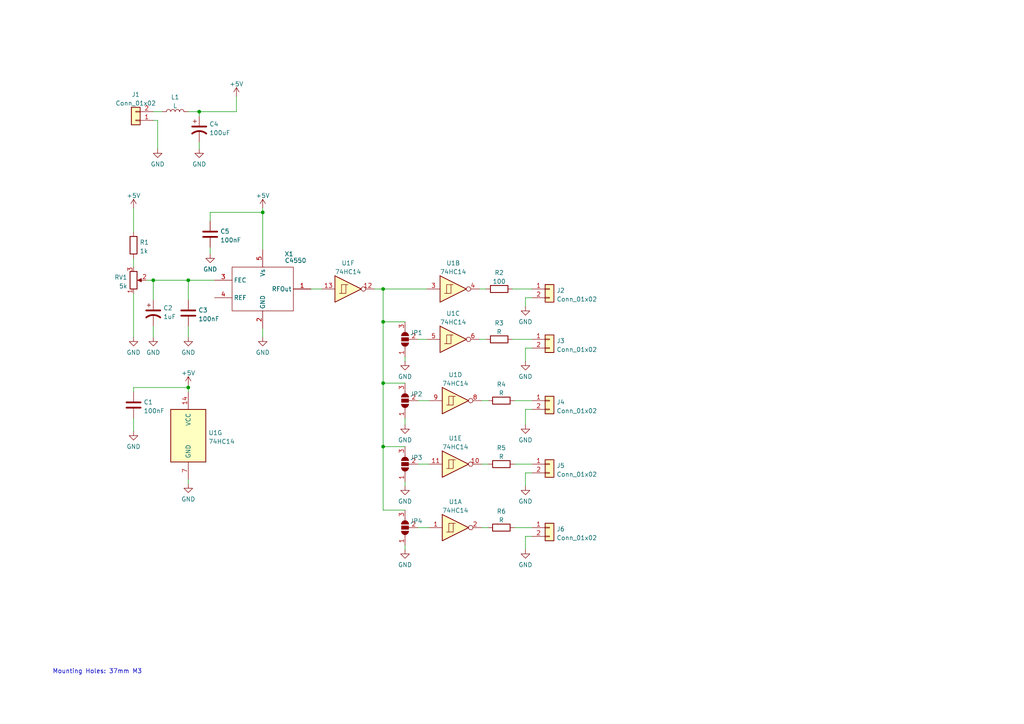
<source format=kicad_sch>
(kicad_sch (version 20211123) (generator eeschema)
  (paper "A4")
  (lib_symbols
    (symbol "74xx:74HC14" (pin_names (offset 1.016))
      (property "Reference" "U" (at 0 1.27 0))
      (property "Value" "74HC14" (at 0 -1.27 0))
      (symbol "74HC14_1_0"
        (polyline (pts (xy -3.81 3.81) (xy -3.81 -3.81) (xy 3.81 0) (xy -3.81 3.81)) (stroke (width 0.254)) (fill (type background)))
        (pin input line (at -7.62 0 0) (length 3.81) (name "~") (number "1"))
        (pin output inverted (at 7.62 0 180) (length 3.81) (name "~") (number "2"))
      )
      (symbol "74HC14_1_1"
        (polyline (pts (xy -1.905 -1.27) (xy -1.905 1.27) (xy -0.635 1.27)))
        (polyline (pts (xy -2.54 -1.27) (xy -0.635 -1.27) (xy -0.635 1.27) (xy 0 1.27)))
      )
      (symbol "74HC14_2_0"
        (polyline (pts (xy -3.81 3.81) (xy -3.81 -3.81) (xy 3.81 0) (xy -3.81 3.81)) (stroke (width 0.254)) (fill (type background)))
        (pin input line (at -7.62 0 0) (length 3.81) (name "~") (number "3"))
        (pin output inverted (at 7.62 0 180) (length 3.81) (name "~") (number "4"))
      )
      (symbol "74HC14_2_1"
        (polyline (pts (xy -1.905 -1.27) (xy -1.905 1.27) (xy -0.635 1.27)))
        (polyline (pts (xy -2.54 -1.27) (xy -0.635 -1.27) (xy -0.635 1.27) (xy 0 1.27)))
      )
      (symbol "74HC14_3_0"
        (polyline (pts (xy -3.81 3.81) (xy -3.81 -3.81) (xy 3.81 0) (xy -3.81 3.81)) (stroke (width 0.254)) (fill (type background)))
        (pin input line (at -7.62 0 0) (length 3.81) (name "~") (number "5"))
        (pin output inverted (at 7.62 0 180) (length 3.81) (name "~") (number "6"))
      )
      (symbol "74HC14_3_1"
        (polyline (pts (xy -1.905 -1.27) (xy -1.905 1.27) (xy -0.635 1.27)))
        (polyline (pts (xy -2.54 -1.27) (xy -0.635 -1.27) (xy -0.635 1.27) (xy 0 1.27)))
      )
      (symbol "74HC14_4_0"
        (polyline (pts (xy -3.81 3.81) (xy -3.81 -3.81) (xy 3.81 0) (xy -3.81 3.81)) (stroke (width 0.254)) (fill (type background)))
        (pin output inverted (at 7.62 0 180) (length 3.81) (name "~") (number "8"))
        (pin input line (at -7.62 0 0) (length 3.81) (name "~") (number "9"))
      )
      (symbol "74HC14_4_1"
        (polyline (pts (xy -1.905 -1.27) (xy -1.905 1.27) (xy -0.635 1.27)))
        (polyline (pts (xy -2.54 -1.27) (xy -0.635 -1.27) (xy -0.635 1.27) (xy 0 1.27)))
      )
      (symbol "74HC14_5_0"
        (polyline (pts (xy -3.81 3.81) (xy -3.81 -3.81) (xy 3.81 0) (xy -3.81 3.81)) (stroke (width 0.254)) (fill (type background)))
        (pin output inverted (at 7.62 0 180) (length 3.81) (name "~") (number "10"))
        (pin input line (at -7.62 0 0) (length 3.81) (name "~") (number "11"))
      )
      (symbol "74HC14_5_1"
        (polyline (pts (xy -1.905 -1.27) (xy -1.905 1.27) (xy -0.635 1.27)))
        (polyline (pts (xy -2.54 -1.27) (xy -0.635 -1.27) (xy -0.635 1.27) (xy 0 1.27)))
      )
      (symbol "74HC14_6_0"
        (polyline (pts (xy -3.81 3.81) (xy -3.81 -3.81) (xy 3.81 0) (xy -3.81 3.81)) (stroke (width 0.254)) (fill (type background)))
        (pin output inverted (at 7.62 0 180) (length 3.81) (name "~") (number "12"))
        (pin input line (at -7.62 0 0) (length 3.81) (name "~") (number "13"))
      )
      (symbol "74HC14_6_1"
        (polyline (pts (xy -1.905 -1.27) (xy -1.905 1.27) (xy -0.635 1.27)))
        (polyline (pts (xy -2.54 -1.27) (xy -0.635 -1.27) (xy -0.635 1.27) (xy 0 1.27)))
      )
      (symbol "74HC14_7_0"
        (pin power_in line (at 0 12.7 270) (length 5.08) (name "VCC") (number "14"))
        (pin power_in line (at 0 -12.7 90) (length 5.08) (name "GND") (number "7"))
      )
      (symbol "74HC14_7_1"
        (rectangle (start -5.08 7.62) (end 5.08 -7.62) (stroke (width 0.254)) (fill (type background)))
      )
    )
    (symbol "C4550:C4550"
      (property "Reference" "X" (at 5.08 11.43 0))
      (property "Value" "C4550" (at 7.62 8.89 0))
      (symbol "C4550_0_1"
        (rectangle (start -8.89 6.35) (end 8.89 -6.35) (stroke (width 0.1524)))
      )
      (symbol "C4550_1_1"
        (pin output line (at 13.97 0 180) (length 5.08) (name "RFOut") (number "1"))
        (pin input line (at 0 -11.43 90) (length 5.08) (name "GND") (number "2"))
        (pin output line (at -13.97 2.54 0) (length 5.08) (name "FEC") (number "3"))
        (pin output line (at -13.97 -2.54 0) (length 5.08) (name "REF") (number "4"))
        (pin output line (at 0 11.43 270) (length 5.08) (name "Vs") (number "5"))
      )
    )
    (symbol "Connector_Generic:Conn_01x02" (pin_names (offset 1.016) hide)
      (property "Reference" "J" (at 0 2.54 0))
      (property "Value" "Conn_01x02" (at 0 -5.08 0))
      (symbol "Conn_01x02_1_1"
        (rectangle (start -1.27 -2.413) (end 0 -2.667) (stroke (width 0.1524)))
        (rectangle (start -1.27 0.127) (end 0 -0.127) (stroke (width 0.1524)))
        (rectangle (start -1.27 1.27) (end 1.27 -3.81) (stroke (width 0.254)) (fill (type background)))
        (pin passive line (at -5.08 0 0) (length 3.81) (name "Pin_1") (number "1"))
        (pin passive line (at -5.08 -2.54 0) (length 3.81) (name "Pin_2") (number "2"))
      )
    )
    (symbol "Device:C" (pin_numbers hide) (pin_names (offset 0.254))
      (property "Reference" "C" (at 0.635 2.54 0))
      (property "Value" "C" (at 0.635 -2.54 0))
      (symbol "C_0_1"
        (polyline (pts (xy -2.032 -0.762) (xy 2.032 -0.762)) (stroke (width 0.508)))
        (polyline (pts (xy -2.032 0.762) (xy 2.032 0.762)) (stroke (width 0.508)))
      )
      (symbol "C_1_1"
        (pin passive line (at 0 3.81 270) (length 2.794) (name "~") (number "1"))
        (pin passive line (at 0 -3.81 90) (length 2.794) (name "~") (number "2"))
      )
    )
    (symbol "Device:C_Polarized_US" (pin_numbers hide) (pin_names (offset 0.254) hide)
      (property "Reference" "C" (at 0.635 2.54 0))
      (property "Value" "C_Polarized_US" (at 0.635 -2.54 0))
      (symbol "C_Polarized_US_0_1"
        (polyline (pts (xy -2.032 0.762) (xy 2.032 0.762)) (stroke (width 0.508)))
        (polyline (pts (xy -1.778 2.286) (xy -0.762 2.286)))
        (polyline (pts (xy -1.27 1.778) (xy -1.27 2.794)))
        (arc (start 2.032 -1.27) (mid 0 -0.5572) (end -2.032 -1.27) (stroke (width 0.508)))
      )
      (symbol "C_Polarized_US_1_1"
        (pin passive line (at 0 3.81 270) (length 2.794) (name "~") (number "1"))
        (pin passive line (at 0 -3.81 90) (length 3.302) (name "~") (number "2"))
      )
    )
    (symbol "Device:L" (pin_numbers hide) (pin_names (offset 1.016) hide)
      (property "Reference" "L" (at -1.27 0 90))
      (property "Value" "L" (at 1.905 0 90))
      (symbol "L_0_1"
        (arc (start 0 -2.54) (mid 0.635 -1.905) (end 0 -1.27))
        (arc (start 0 -1.27) (mid 0.635 -0.635) (end 0 0))
        (arc (start 0 0) (mid 0.635 0.635) (end 0 1.27))
        (arc (start 0 1.27) (mid 0.635 1.905) (end 0 2.54))
      )
      (symbol "L_1_1"
        (pin passive line (at 0 3.81 270) (length 1.27) (name "1") (number "1"))
        (pin passive line (at 0 -3.81 90) (length 1.27) (name "2") (number "2"))
      )
    )
    (symbol "Device:R" (pin_numbers hide) (pin_names (offset 0))
      (property "Reference" "R" (at 2.032 0 90))
      (property "Value" "R" (at 0 0 90))
      (symbol "R_0_1"
        (rectangle (start -1.016 -2.54) (end 1.016 2.54) (stroke (width 0.254)))
      )
      (symbol "R_1_1"
        (pin passive line (at 0 3.81 270) (length 1.27) (name "~") (number "1"))
        (pin passive line (at 0 -3.81 90) (length 1.27) (name "~") (number "2"))
      )
    )
    (symbol "Device:R_Potentiometer" (pin_names (offset 1.016) hide)
      (property "Reference" "RV" (at -4.445 0 90))
      (property "Value" "R_Potentiometer" (at -2.54 0 90))
      (symbol "R_Potentiometer_0_1"
        (polyline (pts (xy 2.54 0) (xy 1.524 0)))
        (polyline (pts (xy 1.143 0) (xy 2.286 0.508) (xy 2.286 -0.508) (xy 1.143 0)) (fill (type outline)))
        (rectangle (start 1.016 2.54) (end -1.016 -2.54) (stroke (width 0.254)))
      )
      (symbol "R_Potentiometer_1_1"
        (pin passive line (at 0 3.81 270) (length 1.27) (name "1") (number "1"))
        (pin passive line (at 3.81 0 180) (length 1.27) (name "2") (number "2"))
        (pin passive line (at 0 -3.81 90) (length 1.27) (name "3") (number "3"))
      )
    )
    (symbol "Jumper:SolderJumper_3_Open" (pin_names (offset 0) hide)
      (property "Reference" "JP" (at -2.54 -2.54 0))
      (property "Value" "SolderJumper_3_Open" (at 0 2.794 0))
      (symbol "SolderJumper_3_Open_0_1"
        (arc (start -1.016 1.016) (mid -2.032 0) (end -1.016 -1.016))
        (arc (start -1.016 1.016) (mid -2.032 0) (end -1.016 -1.016) (fill (type outline)))
        (rectangle (start -0.508 1.016) (end 0.508 -1.016) (fill (type outline)))
        (polyline (pts (xy -2.54 0) (xy -2.032 0)))
        (polyline (pts (xy -1.016 1.016) (xy -1.016 -1.016)))
        (polyline (pts (xy 0 -1.27) (xy 0 -1.016)))
        (polyline (pts (xy 1.016 1.016) (xy 1.016 -1.016)))
        (polyline (pts (xy 2.54 0) (xy 2.032 0)))
        (arc (start 1.016 -1.016) (mid 2.032 0) (end 1.016 1.016))
        (arc (start 1.016 -1.016) (mid 2.032 0) (end 1.016 1.016) (fill (type outline)))
      )
      (symbol "SolderJumper_3_Open_1_1"
        (pin passive line (at -5.08 0 0) (length 2.54) (name "A") (number "1"))
        (pin passive line (at 0 -3.81 90) (length 2.54) (name "C") (number "2"))
        (pin passive line (at 5.08 0 180) (length 2.54) (name "B") (number "3"))
      )
    )
    (symbol "power:+5V" (power) (pin_names (offset 0))
      (property "Value" "+5V" (at 0 3.556 0))
      (symbol "+5V_0_1"
        (polyline (pts (xy -0.762 1.27) (xy 0 2.54)))
        (polyline (pts (xy 0 0) (xy 0 2.54)))
        (polyline (pts (xy 0 2.54) (xy 0.762 1.27)))
      )
      (symbol "+5V_1_1"
        (pin power_in line (at 0 0 90) (length 0) hide (name "+5V") (number "1"))
      )
    )
    (symbol "power:GND" (power) (pin_names (offset 0))
      (property "Value" "GND" (at 0 -3.81 0))
      (symbol "GND_0_1"
        (polyline (pts (xy 0 0) (xy 0 -1.27) (xy 1.27 -1.27) (xy 0 -2.54) (xy -1.27 -1.27) (xy 0 -1.27)))
      )
      (symbol "GND_1_1"
        (pin power_in line (at 0 0 270) (length 0) hide (name "GND") (number "1"))
      )
    )
  )
  (junction (at 111.125 93.345))
  (junction (at 111.125 83.82))
  (junction (at 44.45 81.28))
  (junction (at 111.125 111.125))
  (junction (at 76.2 61.595))
  (junction (at 111.125 129.54))
  (junction (at 57.785 32.385))
  (junction (at 54.61 81.28))
  (junction (at 54.61 112.395))
  (wire (pts (xy 111.125 93.345) (xy 111.125 111.125)))
  (wire (pts (xy 154.305 86.36) (xy 152.4 86.36)))
  (wire (pts (xy 121.285 98.425) (xy 123.825 98.425)))
  (wire (pts (xy 54.61 94.615) (xy 54.61 97.79)))
  (wire (pts (xy 111.125 83.82) (xy 123.825 83.82)))
  (wire (pts (xy 57.785 32.385) (xy 68.58 32.385)))
  (wire (pts (xy 54.61 111.76) (xy 54.61 112.395)))
  (wire (pts (xy 148.59 83.82) (xy 154.305 83.82)))
  (wire (pts (xy 152.4 159.385) (xy 152.4 155.575)))
  (wire (pts (xy 149.225 153.035) (xy 154.305 153.035)))
  (wire (pts (xy 152.4 155.575) (xy 154.305 155.575)))
  (wire (pts (xy 121.285 134.62) (xy 124.46 134.62)))
  (wire (pts (xy 76.2 95.25) (xy 76.2 97.79)))
  (wire (pts (xy 76.2 61.595) (xy 76.2 72.39)))
  (wire (pts (xy 45.72 34.925) (xy 45.72 43.18)))
  (wire (pts (xy 111.125 111.125) (xy 117.475 111.125)))
  (wire (pts (xy 152.4 104.775) (xy 152.4 100.965)))
  (wire (pts (xy 44.45 34.925) (xy 45.72 34.925)))
  (wire (pts (xy 139.065 98.425) (xy 140.97 98.425)))
  (wire (pts (xy 42.545 81.28) (xy 44.45 81.28)))
  (wire (pts (xy 76.2 60.325) (xy 76.2 61.595)))
  (wire (pts (xy 54.61 81.28) (xy 62.23 81.28)))
  (wire (pts (xy 152.4 118.745) (xy 154.305 118.745)))
  (wire (pts (xy 60.96 61.595) (xy 76.2 61.595)))
  (wire (pts (xy 111.125 129.54) (xy 117.475 129.54)))
  (wire (pts (xy 121.285 116.205) (xy 124.46 116.205)))
  (wire (pts (xy 38.735 60.325) (xy 38.735 67.31)))
  (wire (pts (xy 44.45 32.385) (xy 46.99 32.385)))
  (wire (pts (xy 117.475 139.7) (xy 117.475 140.97)))
  (wire (pts (xy 44.45 81.28) (xy 44.45 86.995)))
  (wire (pts (xy 148.59 98.425) (xy 154.305 98.425)))
  (wire (pts (xy 57.785 32.385) (xy 57.785 33.655)))
  (wire (pts (xy 111.125 93.345) (xy 117.475 93.345)))
  (wire (pts (xy 152.4 86.36) (xy 152.4 88.9)))
  (wire (pts (xy 54.61 112.395) (xy 54.61 113.665)))
  (wire (pts (xy 111.125 129.54) (xy 111.125 147.955)))
  (wire (pts (xy 108.585 83.82) (xy 111.125 83.82)))
  (wire (pts (xy 111.125 147.955) (xy 117.475 147.955)))
  (wire (pts (xy 111.125 111.125) (xy 111.125 129.54)))
  (wire (pts (xy 54.61 81.28) (xy 54.61 86.995)))
  (wire (pts (xy 149.225 116.205) (xy 154.305 116.205)))
  (wire (pts (xy 38.735 112.395) (xy 38.735 113.665)))
  (wire (pts (xy 139.7 153.035) (xy 141.605 153.035)))
  (wire (pts (xy 152.4 100.965) (xy 154.305 100.965)))
  (wire (pts (xy 139.065 83.82) (xy 140.97 83.82)))
  (wire (pts (xy 152.4 123.19) (xy 152.4 118.745)))
  (wire (pts (xy 121.285 153.035) (xy 124.46 153.035)))
  (wire (pts (xy 57.785 41.275) (xy 57.785 43.18)))
  (wire (pts (xy 44.45 81.28) (xy 54.61 81.28)))
  (wire (pts (xy 152.4 140.97) (xy 152.4 137.16)))
  (wire (pts (xy 38.735 74.93) (xy 38.735 77.47)))
  (wire (pts (xy 54.61 139.065) (xy 54.61 140.335)))
  (wire (pts (xy 111.125 83.82) (xy 111.125 93.345)))
  (wire (pts (xy 44.45 94.615) (xy 44.45 97.79)))
  (wire (pts (xy 60.96 64.135) (xy 60.96 61.595)))
  (wire (pts (xy 38.735 121.285) (xy 38.735 125.095)))
  (wire (pts (xy 54.61 32.385) (xy 57.785 32.385)))
  (wire (pts (xy 117.475 103.505) (xy 117.475 104.775)))
  (wire (pts (xy 139.7 116.205) (xy 141.605 116.205)))
  (wire (pts (xy 54.61 112.395) (xy 38.735 112.395)))
  (wire (pts (xy 139.7 134.62) (xy 141.605 134.62)))
  (wire (pts (xy 152.4 137.16) (xy 154.305 137.16)))
  (wire (pts (xy 68.58 27.94) (xy 68.58 32.385)))
  (wire (pts (xy 90.17 83.82) (xy 93.345 83.82)))
  (wire (pts (xy 38.735 85.09) (xy 38.735 97.79)))
  (wire (pts (xy 117.475 121.285) (xy 117.475 123.19)))
  (wire (pts (xy 60.96 71.755) (xy 60.96 73.66)))
  (wire (pts (xy 149.225 134.62) (xy 154.305 134.62)))
  (wire (pts (xy 117.475 158.115) (xy 117.475 159.385)))
  (text "Mounting Holes: 37mm M3" (at 15.24 195.58 0) (effects (font (size 1.27 1.27)) (justify left bottom)))
  (symbol (lib_id "power:GND") (at 117.475 123.19 0) (unit 1)
    (property "Reference" "#PWR015" (effects hide))
    (property "Value" "GND" (at 117.475 127.6334 0))
  )
  (symbol (lib_id "power:GND") (at 117.475 159.385 0) (unit 1)
    (property "Reference" "#PWR017" (effects hide))
    (property "Value" "GND" (at 117.475 163.8284 0))
  )
  (symbol (lib_id "power:GND") (at 76.2 97.79 0) (unit 1)
    (property "Reference" "#PWR013" (effects hide))
    (property "Value" "GND" (at 76.2 102.2334 0))
  )
  (symbol (lib_id "power:+5V") (at 76.2 60.325 0) (unit 1)
    (property "Reference" "#PWR012" (effects hide))
    (property "Value" "+5V" (at 76.2 56.7492 0))
  )
  (symbol (lib_id "power:GND") (at 57.785 43.18 0) (unit 1)
    (property "Reference" "#PWR09" (effects hide))
    (property "Value" "GND" (at 57.785 47.6234 0))
  )
  (symbol (lib_id "power:GND") (at 152.4 123.19 0) (unit 1)
    (property "Reference" "#PWR020" (effects hide))
    (property "Value" "GND" (at 152.4 127.6334 0))
  )
  (symbol (lib_id "Connector_Generic:Conn_01x02") (at 159.385 153.035 0) (unit 1)
    (property "Reference" "J6" (at 161.417 153.4703 0) (effects (justify left)))
    (property "Value" "Conn_01x02" (at 161.417 156.0072 0) (effects (justify left)))
    (property "Footprint" "Connector_PinHeader_2.54mm:PinHeader_1x02_P2.54mm_Vertical" (effects hide))
  )
  (symbol (lib_id "power:GND") (at 152.4 159.385 0) (unit 1)
    (property "Reference" "#PWR022" (effects hide))
    (property "Value" "GND" (at 152.4 163.8284 0))
  )
  (symbol (lib_id "74xx:74HC14") (at 132.08 116.205 0) (unit 4)
    (property "Reference" "U1" (at 132.08 108.6952 0))
    (property "Value" "74HC14" (at 132.08 111.2321 0))
    (property "Footprint" "Package_DIP:DIP-14_W7.62mm_LongPads" (effects hide))
    (property "Datasheet" "http://www.ti.com/lit/gpn/sn74HC14" (effects hide))
  )
  (symbol (lib_id "power:GND") (at 38.735 125.095 0) (unit 1)
    (property "Reference" "#PWR03" (effects hide))
    (property "Value" "GND" (at 38.735 129.5384 0))
  )
  (symbol (lib_id "power:GND") (at 44.45 97.79 0) (unit 1)
    (property "Reference" "#PWR04" (effects hide))
    (property "Value" "GND" (at 44.45 102.2334 0))
  )
  (symbol (lib_id "Jumper:SolderJumper_3_Open") (at 117.475 116.205 90) (unit 1)
    (property "Reference" "JP2" (at 122.555 114.3 90) (effects (justify left)))
    (property "Value" "SolderJumper_3_Open" (effects hide))
    (property "Footprint" "Jumper:SolderJumper-3_P1.3mm_Open_RoundedPad1.0x1.5mm" (effects hide))
  )
  (symbol (lib_id "74xx:74HC14") (at 54.61 126.365 0) (unit 7)
    (property "Reference" "U1" (at 60.452 125.5303 0) (effects (justify left)))
    (property "Value" "74HC14" (at 60.452 128.0672 0) (effects (justify left)))
    (property "Footprint" "Package_DIP:DIP-14_W7.62mm_LongPads" (effects hide))
    (property "Datasheet" "http://www.ti.com/lit/gpn/sn74HC14" (effects hide))
  )
  (symbol (lib_id "Device:C") (at 38.735 117.475 0) (unit 1)
    (property "Reference" "C1" (at 41.656 116.6403 0) (effects (justify left)))
    (property "Value" "100nF" (at 41.656 119.1772 0) (effects (justify left)))
    (property "Footprint" "Capacitor_THT:C_Disc_D5.0mm_W2.5mm_P2.50mm" (effects hide))
  )
  (symbol (lib_id "C4550:C4550") (at 76.2 83.82 0) (unit 1)
    (property "Reference" "X1" (at 83.82 73.66 0))
    (property "Value" "C4550" (at 85.725 75.565 0))
    (property "Footprint" "ocxo:ocxo" (effects hide))
  )
  (symbol (lib_id "Device:R") (at 145.415 116.205 90) (unit 1)
    (property "Reference" "R4" (at 145.415 111.4892 90))
    (property "Value" "R" (at 145.415 114.0261 90))
    (property "Footprint" "Resistor_THT:R_Axial_DIN0204_L3.6mm_D1.6mm_P7.62mm_Horizontal" (effects hide))
  )
  (symbol (lib_id "power:GND") (at 38.735 97.79 0) (unit 1)
    (property "Reference" "#PWR02" (effects hide))
    (property "Value" "GND" (at 38.735 102.2334 0))
  )
  (symbol (lib_id "Device:C") (at 54.61 90.805 0) (unit 1)
    (property "Reference" "C3" (at 57.531 89.9703 0) (effects (justify left)))
    (property "Value" "100nF" (at 57.531 92.5072 0) (effects (justify left)))
    (property "Footprint" "Capacitor_THT:C_Disc_D5.0mm_W2.5mm_P2.50mm" (effects hide))
  )
  (symbol (lib_id "power:GND") (at 152.4 104.775 0) (unit 1)
    (property "Reference" "#PWR019" (effects hide))
    (property "Value" "GND" (at 152.4 109.2184 0))
  )
  (symbol (lib_id "Device:C") (at 60.96 67.945 0) (unit 1)
    (property "Reference" "C5" (at 63.881 67.1103 0) (effects (justify left)))
    (property "Value" "100nF" (at 63.881 69.6472 0) (effects (justify left)))
    (property "Footprint" "Capacitor_THT:C_Disc_D5.0mm_W2.5mm_P2.50mm" (effects hide))
  )
  (symbol (lib_id "74xx:74HC14") (at 132.08 153.035 0) (unit 1)
    (property "Reference" "U1" (at 132.08 145.5252 0))
    (property "Value" "74HC14" (at 132.08 148.0621 0))
    (property "Footprint" "Package_DIP:DIP-14_W7.62mm_LongPads" (effects hide))
    (property "Datasheet" "http://www.ti.com/lit/gpn/sn74HC14" (effects hide))
  )
  (symbol (lib_id "Device:C_Polarized_US") (at 57.785 37.465 0) (unit 1)
    (property "Reference" "C4" (at 60.706 35.9953 0) (effects (justify left)))
    (property "Value" "100uF" (at 60.706 38.5322 0) (effects (justify left)))
    (property "Footprint" "Capacitor_THT:CP_Radial_D8.0mm_P3.80mm" (effects hide))
  )
  (symbol (lib_id "power:GND") (at 152.4 88.9 0) (unit 1)
    (property "Reference" "#PWR018" (effects hide))
    (property "Value" "GND" (at 152.4 93.3434 0))
  )
  (symbol (lib_id "74xx:74HC14") (at 100.965 83.82 0) (unit 6)
    (property "Reference" "U1" (at 100.965 76.3102 0))
    (property "Value" "74HC14" (at 100.965 78.8471 0))
    (property "Footprint" "Package_DIP:DIP-14_W7.62mm_LongPads" (effects hide))
    (property "Datasheet" "http://www.ti.com/lit/gpn/sn74HC14" (effects hide))
  )
  (symbol (lib_id "Device:R") (at 145.415 153.035 90) (unit 1)
    (property "Reference" "R6" (at 145.415 148.3192 90))
    (property "Value" "R" (at 145.415 150.8561 90))
    (property "Footprint" "Resistor_THT:R_Axial_DIN0204_L3.6mm_D1.6mm_P7.62mm_Horizontal" (effects hide))
  )
  (symbol (lib_id "74xx:74HC14") (at 131.445 98.425 0) (unit 3)
    (property "Reference" "U1" (at 131.445 90.9152 0))
    (property "Value" "74HC14" (at 131.445 93.4521 0))
    (property "Footprint" "Package_DIP:DIP-14_W7.62mm_LongPads" (effects hide))
    (property "Datasheet" "http://www.ti.com/lit/gpn/sn74HC14" (effects hide))
  )
  (symbol (lib_id "power:GND") (at 45.72 43.18 0) (unit 1)
    (property "Reference" "#PWR05" (effects hide))
    (property "Value" "GND" (at 45.72 47.6234 0))
  )
  (symbol (lib_id "Device:R_Potentiometer") (at 38.735 81.28 0) (mirror x) (unit 1)
    (property "Reference" "RV1" (at 36.9571 80.4453 0) (effects (justify right)))
    (property "Value" "5k" (at 36.9571 82.9822 0) (effects (justify right)))
    (property "Footprint" "Potentiometer_THT:Potentiometer_Bourns_3006P_Horizontal" (effects hide))
  )
  (symbol (lib_id "74xx:74HC14") (at 131.445 83.82 0) (unit 2)
    (property "Reference" "U1" (at 131.445 76.3102 0))
    (property "Value" "74HC14" (at 131.445 78.8471 0))
    (property "Footprint" "Package_DIP:DIP-14_W7.62mm_LongPads" (effects hide))
    (property "Datasheet" "http://www.ti.com/lit/gpn/sn74HC14" (effects hide))
  )
  (symbol (lib_id "power:GND") (at 60.96 73.66 0) (unit 1)
    (property "Reference" "#PWR010" (effects hide))
    (property "Value" "GND" (at 60.96 78.1034 0))
  )
  (symbol (lib_id "power:+5V") (at 38.735 60.325 0) (unit 1)
    (property "Reference" "#PWR01" (effects hide))
    (property "Value" "+5V" (at 38.735 56.7492 0))
  )
  (symbol (lib_id "power:GND") (at 152.4 140.97 0) (unit 1)
    (property "Reference" "#PWR021" (effects hide))
    (property "Value" "GND" (at 152.4 145.4134 0))
  )
  (symbol (lib_id "Jumper:SolderJumper_3_Open") (at 117.475 98.425 90) (unit 1)
    (property "Reference" "JP1" (at 122.555 96.52 90) (effects (justify left)))
    (property "Value" "SolderJumper_3_Open" (effects hide))
    (property "Footprint" "Jumper:SolderJumper-3_P1.3mm_Open_RoundedPad1.0x1.5mm" (effects hide))
  )
  (symbol (lib_id "Connector_Generic:Conn_01x02") (at 159.385 134.62 0) (unit 1)
    (property "Reference" "J5" (at 161.417 135.0553 0) (effects (justify left)))
    (property "Value" "Conn_01x02" (at 161.417 137.5922 0) (effects (justify left)))
    (property "Footprint" "Connector_PinHeader_2.54mm:PinHeader_1x02_P2.54mm_Vertical" (effects hide))
  )
  (symbol (lib_id "Jumper:SolderJumper_3_Open") (at 117.475 134.62 90) (unit 1)
    (property "Reference" "JP3" (at 122.555 132.715 90) (effects (justify left)))
    (property "Value" "SolderJumper_3_Open" (effects hide))
    (property "Footprint" "Jumper:SolderJumper-3_P1.3mm_Open_RoundedPad1.0x1.5mm" (effects hide))
  )
  (symbol (lib_id "power:GND") (at 54.61 97.79 0) (unit 1)
    (property "Reference" "#PWR06" (effects hide))
    (property "Value" "GND" (at 54.61 102.2334 0))
  )
  (symbol (lib_id "Device:C_Polarized_US") (at 44.45 90.805 0) (unit 1)
    (property "Reference" "C2" (at 47.371 89.3353 0) (effects (justify left)))
    (property "Value" "1uF" (at 47.371 91.8722 0) (effects (justify left)))
    (property "Footprint" "Capacitor_THT:CP_Radial_D6.3mm_P2.50mm" (effects hide))
  )
  (symbol (lib_id "power:GND") (at 117.475 104.775 0) (unit 1)
    (property "Reference" "#PWR014" (effects hide))
    (property "Value" "GND" (at 117.475 109.2184 0))
  )
  (symbol (lib_id "Device:R") (at 145.415 134.62 90) (unit 1)
    (property "Reference" "R5" (at 145.415 129.9042 90))
    (property "Value" "R" (at 145.415 132.4411 90))
    (property "Footprint" "Resistor_THT:R_Axial_DIN0204_L3.6mm_D1.6mm_P7.62mm_Horizontal" (effects hide))
  )
  (symbol (lib_id "power:+5V") (at 54.61 111.76 0) (unit 1)
    (property "Reference" "#PWR07" (effects hide))
    (property "Value" "+5V" (at 54.61 108.1842 0))
  )
  (symbol (lib_id "Device:R") (at 144.78 98.425 90) (unit 1)
    (property "Reference" "R3" (at 144.78 93.7092 90))
    (property "Value" "R" (at 144.78 96.2461 90))
    (property "Footprint" "Resistor_THT:R_Axial_DIN0204_L3.6mm_D1.6mm_P7.62mm_Horizontal" (effects hide))
  )
  (symbol (lib_id "power:GND") (at 54.61 140.335 0) (unit 1)
    (property "Reference" "#PWR08" (effects hide))
    (property "Value" "GND" (at 54.61 144.7784 0))
  )
  (symbol (lib_id "Device:R") (at 38.735 71.12 0) (unit 1)
    (property "Reference" "R1" (at 40.513 70.2853 0) (effects (justify left)))
    (property "Value" "1k" (at 40.513 72.8222 0) (effects (justify left)))
    (property "Footprint" "Resistor_THT:R_Axial_DIN0204_L3.6mm_D1.6mm_P7.62mm_Horizontal" (effects hide))
  )
  (symbol (lib_id "Connector_Generic:Conn_01x02") (at 159.385 116.205 0) (unit 1)
    (property "Reference" "J4" (at 161.417 116.6403 0) (effects (justify left)))
    (property "Value" "Conn_01x02" (at 161.417 119.1772 0) (effects (justify left)))
    (property "Footprint" "Connector_PinHeader_2.54mm:PinHeader_1x02_P2.54mm_Vertical" (effects hide))
  )
  (symbol (lib_id "74xx:74HC14") (at 132.08 134.62 0) (unit 5)
    (property "Reference" "U1" (at 132.08 127.1102 0))
    (property "Value" "74HC14" (at 132.08 129.6471 0))
    (property "Footprint" "Package_DIP:DIP-14_W7.62mm_LongPads" (effects hide))
    (property "Datasheet" "http://www.ti.com/lit/gpn/sn74HC14" (effects hide))
  )
  (symbol (lib_id "Jumper:SolderJumper_3_Open") (at 117.475 153.035 90) (unit 1)
    (property "Reference" "JP4" (at 122.555 151.13 90) (effects (justify left)))
    (property "Value" "SolderJumper_3_Open" (effects hide))
    (property "Footprint" "Jumper:SolderJumper-3_P1.3mm_Open_RoundedPad1.0x1.5mm" (effects hide))
  )
  (symbol (lib_id "Device:R") (at 144.78 83.82 90) (unit 1)
    (property "Reference" "R2" (at 144.78 79.1042 90))
    (property "Value" "100" (at 144.78 81.6411 90))
    (property "Footprint" "Resistor_THT:R_Axial_DIN0204_L3.6mm_D1.6mm_P7.62mm_Horizontal" (effects hide))
  )
  (symbol (lib_id "Connector_Generic:Conn_01x02") (at 39.37 34.925 180) (unit 1)
    (property "Reference" "J1" (at 39.37 27.4152 0))
    (property "Value" "Conn_01x02" (at 39.37 29.9521 0))
    (property "Footprint" "Connector_PinHeader_2.54mm:PinHeader_1x02_P2.54mm_Vertical" (effects hide))
  )
  (symbol (lib_id "Connector_Generic:Conn_01x02") (at 159.385 83.82 0) (unit 1)
    (property "Reference" "J2" (at 161.417 84.2553 0) (effects (justify left)))
    (property "Value" "Conn_01x02" (at 161.417 86.7922 0) (effects (justify left)))
    (property "Footprint" "Connector_PinHeader_2.54mm:PinHeader_1x02_P2.54mm_Vertical" (effects hide))
  )
  (symbol (lib_id "Device:L") (at 50.8 32.385 90) (unit 1)
    (property "Reference" "L1" (at 50.8 28.1772 90))
    (property "Value" "L" (at 50.8 30.7141 90))
    (property "Footprint" "Inductor_THT:L_Axial_L5.0mm_D3.6mm_P10.00mm_Horizontal_Murata_BL01RN1A2A2" (effects hide))
  )
  (symbol (lib_id "power:+5V") (at 68.58 27.94 0) (unit 1)
    (property "Reference" "#PWR011" (effects hide))
    (property "Value" "+5V" (at 68.58 24.3642 0))
  )
  (symbol (lib_id "power:GND") (at 117.475 140.97 0) (unit 1)
    (property "Reference" "#PWR016" (effects hide))
    (property "Value" "GND" (at 117.475 145.4134 0))
  )
  (symbol (lib_id "Connector_Generic:Conn_01x02") (at 159.385 98.425 0) (unit 1)
    (property "Reference" "J3" (at 161.417 98.8603 0) (effects (justify left)))
    (property "Value" "Conn_01x02" (at 161.417 101.3972 0) (effects (justify left)))
    (property "Footprint" "Connector_PinHeader_2.54mm:PinHeader_1x02_P2.54mm_Vertical" (effects hide))
  )
)
</source>
